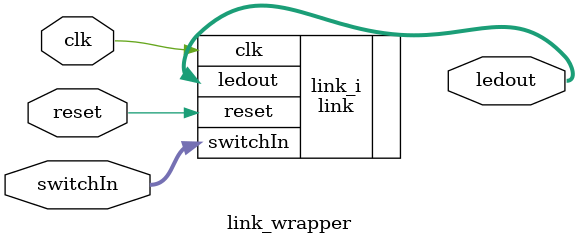
<source format=v>
`timescale 1 ps / 1 ps

module link_wrapper
   (clk,
    ledout,
    reset,
    switchIn);
  input clk;
  output [23:0]ledout;
  input reset;
  input [23:0]switchIn;

  wire clk;
  wire [23:0]ledout;
  wire reset;
  wire [23:0]switchIn;

  link link_i
       (.clk(clk),
        .ledout(ledout),
        .reset(reset),
        .switchIn(switchIn));
endmodule

</source>
